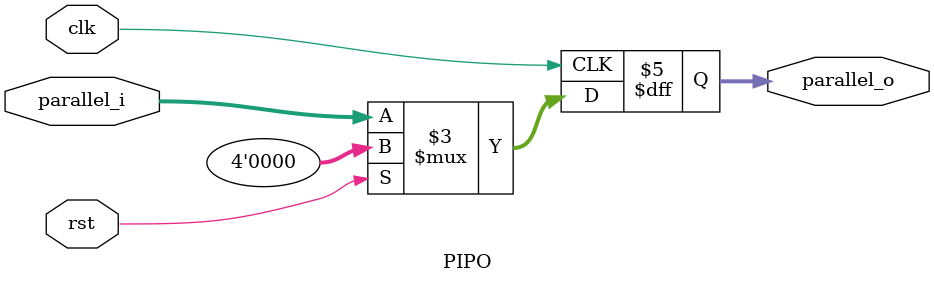
<source format=v>
`timescale 1ns / 1ps

module PIPO(
 input clk,
 input rst,
 input [3:0] parallel_i,
 output reg [3:0] parallel_o
    );
    
    always @(posedge clk)
     begin
       if(rst)
        parallel_o <= 4'h0;
       else
        parallel_o <= parallel_i;
     end
endmodule

</source>
